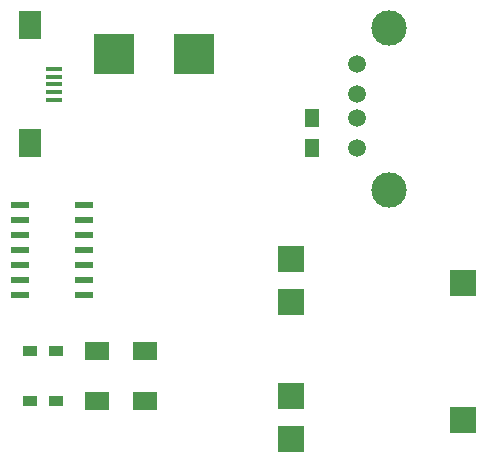
<source format=gts>
G04 #@! TF.FileFunction,Soldermask,Top*
%FSLAX46Y46*%
G04 Gerber Fmt 4.6, Leading zero omitted, Abs format (unit mm)*
G04 Created by KiCad (PCBNEW (2015-06-20 BZR 5796, Git fe7bc27)-product) date 22.6.2015 5:54:44*
%MOMM*%
G01*
G04 APERTURE LIST*
%ADD10C,0.100000*%
%ADD11R,1.250000X1.500000*%
%ADD12R,2.000000X1.600000*%
%ADD13R,3.500000X3.500000*%
%ADD14R,1.850000X2.400000*%
%ADD15R,1.350000X0.400000*%
%ADD16C,1.501140*%
%ADD17C,2.999740*%
%ADD18R,2.235200X2.235200*%
%ADD19R,1.200000X0.900000*%
%ADD20R,1.500000X0.600000*%
G04 APERTURE END LIST*
D10*
D11*
X127775000Y-72175000D03*
X127775000Y-69675000D03*
D12*
X113600000Y-89400000D03*
X109600000Y-89400000D03*
X113600000Y-93600000D03*
X109600000Y-93600000D03*
D13*
X110996400Y-64200000D03*
X117803600Y-64200000D03*
D14*
X103900000Y-71800000D03*
X103900000Y-61800000D03*
D15*
X105962540Y-65499100D03*
X105962540Y-66149100D03*
X105962540Y-66799100D03*
X105962540Y-67449100D03*
X105962540Y-68099100D03*
D16*
X131597880Y-65087140D03*
X131597880Y-67627140D03*
X131597880Y-69659140D03*
X131597880Y-72199140D03*
D17*
X134264880Y-62039140D03*
X134264880Y-75755140D03*
D18*
X126000000Y-81600000D03*
X126000000Y-85200000D03*
X140600000Y-83600000D03*
X126000000Y-93200000D03*
X126000000Y-96800000D03*
X140600000Y-95200000D03*
D19*
X103900000Y-89400000D03*
X106100000Y-89400000D03*
X103900000Y-93600000D03*
X106100000Y-93600000D03*
D20*
X103100000Y-76990000D03*
X103100000Y-78260000D03*
X103100000Y-79530000D03*
X103100000Y-80800000D03*
X103100000Y-82070000D03*
X103100000Y-83340000D03*
X103100000Y-84610000D03*
X108500000Y-84610000D03*
X108500000Y-83340000D03*
X108500000Y-82070000D03*
X108500000Y-80800000D03*
X108500000Y-79530000D03*
X108500000Y-78260000D03*
X108500000Y-76990000D03*
M02*

</source>
